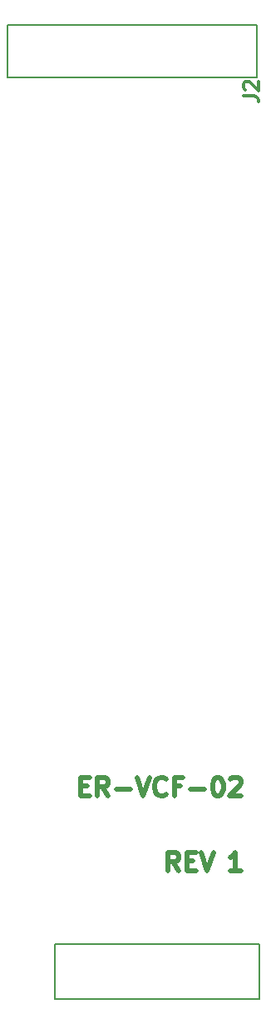
<source format=gto>
%TF.GenerationSoftware,KiCad,Pcbnew,(7.0.0)*%
%TF.CreationDate,2023-02-14T18:26:25-05:00*%
%TF.ProjectId,ER-VCF-02-DB,45522d56-4346-42d3-9032-2d44422e6b69,1*%
%TF.SameCoordinates,Original*%
%TF.FileFunction,Legend,Top*%
%TF.FilePolarity,Positive*%
%FSLAX46Y46*%
G04 Gerber Fmt 4.6, Leading zero omitted, Abs format (unit mm)*
G04 Created by KiCad (PCBNEW (7.0.0)) date 2023-02-14 18:26:25*
%MOMM*%
%LPD*%
G01*
G04 APERTURE LIST*
%ADD10C,0.150000*%
%ADD11C,0.476250*%
%ADD12C,0.375000*%
G04 APERTURE END LIST*
D10*
X42164000Y-125984000D02*
X62992000Y-125984000D01*
X62992000Y-125984000D02*
X62992000Y-131572000D01*
X62992000Y-131572000D02*
X42164000Y-131572000D01*
X42164000Y-131572000D02*
X42164000Y-125984000D01*
X37338000Y-32512000D02*
X62738000Y-32512000D01*
X62738000Y-32512000D02*
X62738000Y-37846000D01*
X62738000Y-37846000D02*
X37338000Y-37846000D01*
X37338000Y-37846000D02*
X37338000Y-32512000D01*
D11*
X54836785Y-118555860D02*
X54201785Y-117648717D01*
X53748214Y-118555860D02*
X53748214Y-116650860D01*
X53748214Y-116650860D02*
X54473928Y-116650860D01*
X54473928Y-116650860D02*
X54655357Y-116741575D01*
X54655357Y-116741575D02*
X54746071Y-116832289D01*
X54746071Y-116832289D02*
X54836785Y-117013717D01*
X54836785Y-117013717D02*
X54836785Y-117285860D01*
X54836785Y-117285860D02*
X54746071Y-117467289D01*
X54746071Y-117467289D02*
X54655357Y-117558003D01*
X54655357Y-117558003D02*
X54473928Y-117648717D01*
X54473928Y-117648717D02*
X53748214Y-117648717D01*
X55653214Y-117558003D02*
X56288214Y-117558003D01*
X56560357Y-118555860D02*
X55653214Y-118555860D01*
X55653214Y-118555860D02*
X55653214Y-116650860D01*
X55653214Y-116650860D02*
X56560357Y-116650860D01*
X57104642Y-116650860D02*
X57739642Y-118555860D01*
X57739642Y-118555860D02*
X58374642Y-116650860D01*
X61150499Y-118555860D02*
X60061928Y-118555860D01*
X60606213Y-118555860D02*
X60606213Y-116650860D01*
X60606213Y-116650860D02*
X60424785Y-116923003D01*
X60424785Y-116923003D02*
X60243356Y-117104432D01*
X60243356Y-117104432D02*
X60061928Y-117195146D01*
X44840072Y-109938003D02*
X45475072Y-109938003D01*
X45747215Y-110935860D02*
X44840072Y-110935860D01*
X44840072Y-110935860D02*
X44840072Y-109030860D01*
X44840072Y-109030860D02*
X45747215Y-109030860D01*
X47652214Y-110935860D02*
X47017214Y-110028717D01*
X46563643Y-110935860D02*
X46563643Y-109030860D01*
X46563643Y-109030860D02*
X47289357Y-109030860D01*
X47289357Y-109030860D02*
X47470786Y-109121575D01*
X47470786Y-109121575D02*
X47561500Y-109212289D01*
X47561500Y-109212289D02*
X47652214Y-109393717D01*
X47652214Y-109393717D02*
X47652214Y-109665860D01*
X47652214Y-109665860D02*
X47561500Y-109847289D01*
X47561500Y-109847289D02*
X47470786Y-109938003D01*
X47470786Y-109938003D02*
X47289357Y-110028717D01*
X47289357Y-110028717D02*
X46563643Y-110028717D01*
X48468643Y-110210146D02*
X49920072Y-110210146D01*
X50555071Y-109030860D02*
X51190071Y-110935860D01*
X51190071Y-110935860D02*
X51825071Y-109030860D01*
X53548642Y-110754432D02*
X53457928Y-110845146D01*
X53457928Y-110845146D02*
X53185785Y-110935860D01*
X53185785Y-110935860D02*
X53004357Y-110935860D01*
X53004357Y-110935860D02*
X52732214Y-110845146D01*
X52732214Y-110845146D02*
X52550785Y-110663717D01*
X52550785Y-110663717D02*
X52460071Y-110482289D01*
X52460071Y-110482289D02*
X52369357Y-110119432D01*
X52369357Y-110119432D02*
X52369357Y-109847289D01*
X52369357Y-109847289D02*
X52460071Y-109484432D01*
X52460071Y-109484432D02*
X52550785Y-109303003D01*
X52550785Y-109303003D02*
X52732214Y-109121575D01*
X52732214Y-109121575D02*
X53004357Y-109030860D01*
X53004357Y-109030860D02*
X53185785Y-109030860D01*
X53185785Y-109030860D02*
X53457928Y-109121575D01*
X53457928Y-109121575D02*
X53548642Y-109212289D01*
X55000071Y-109938003D02*
X54365071Y-109938003D01*
X54365071Y-110935860D02*
X54365071Y-109030860D01*
X54365071Y-109030860D02*
X55272214Y-109030860D01*
X55997928Y-110210146D02*
X57449357Y-110210146D01*
X58719356Y-109030860D02*
X58900785Y-109030860D01*
X58900785Y-109030860D02*
X59082213Y-109121575D01*
X59082213Y-109121575D02*
X59172928Y-109212289D01*
X59172928Y-109212289D02*
X59263642Y-109393717D01*
X59263642Y-109393717D02*
X59354356Y-109756575D01*
X59354356Y-109756575D02*
X59354356Y-110210146D01*
X59354356Y-110210146D02*
X59263642Y-110573003D01*
X59263642Y-110573003D02*
X59172928Y-110754432D01*
X59172928Y-110754432D02*
X59082213Y-110845146D01*
X59082213Y-110845146D02*
X58900785Y-110935860D01*
X58900785Y-110935860D02*
X58719356Y-110935860D01*
X58719356Y-110935860D02*
X58537928Y-110845146D01*
X58537928Y-110845146D02*
X58447213Y-110754432D01*
X58447213Y-110754432D02*
X58356499Y-110573003D01*
X58356499Y-110573003D02*
X58265785Y-110210146D01*
X58265785Y-110210146D02*
X58265785Y-109756575D01*
X58265785Y-109756575D02*
X58356499Y-109393717D01*
X58356499Y-109393717D02*
X58447213Y-109212289D01*
X58447213Y-109212289D02*
X58537928Y-109121575D01*
X58537928Y-109121575D02*
X58719356Y-109030860D01*
X60080071Y-109212289D02*
X60170785Y-109121575D01*
X60170785Y-109121575D02*
X60352214Y-109030860D01*
X60352214Y-109030860D02*
X60805785Y-109030860D01*
X60805785Y-109030860D02*
X60987214Y-109121575D01*
X60987214Y-109121575D02*
X61077928Y-109212289D01*
X61077928Y-109212289D02*
X61168642Y-109393717D01*
X61168642Y-109393717D02*
X61168642Y-109575146D01*
X61168642Y-109575146D02*
X61077928Y-109847289D01*
X61077928Y-109847289D02*
X59989356Y-110935860D01*
X59989356Y-110935860D02*
X61168642Y-110935860D01*
D12*
%TO.C,J2*%
X61408067Y-39750997D02*
X62479496Y-39750997D01*
X62479496Y-39750997D02*
X62693781Y-39822426D01*
X62693781Y-39822426D02*
X62836638Y-39965283D01*
X62836638Y-39965283D02*
X62908067Y-40179569D01*
X62908067Y-40179569D02*
X62908067Y-40322426D01*
X61550924Y-39108140D02*
X61479496Y-39036712D01*
X61479496Y-39036712D02*
X61408067Y-38893855D01*
X61408067Y-38893855D02*
X61408067Y-38536712D01*
X61408067Y-38536712D02*
X61479496Y-38393855D01*
X61479496Y-38393855D02*
X61550924Y-38322426D01*
X61550924Y-38322426D02*
X61693781Y-38250997D01*
X61693781Y-38250997D02*
X61836638Y-38250997D01*
X61836638Y-38250997D02*
X62050924Y-38322426D01*
X62050924Y-38322426D02*
X62908067Y-39179569D01*
X62908067Y-39179569D02*
X62908067Y-38250997D01*
%TD*%
M02*

</source>
